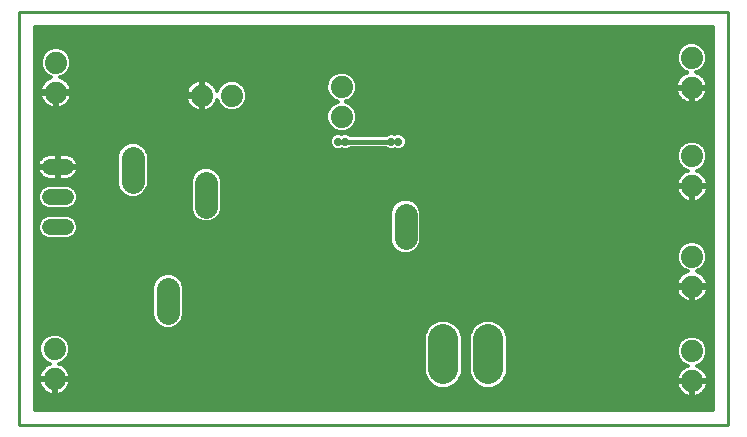
<source format=gbl>
G75*
%MOIN*%
%OFA0B0*%
%FSLAX25Y25*%
%IPPOS*%
%LPD*%
%AMOC8*
5,1,8,0,0,1.08239X$1,22.5*
%
%ADD10C,0.01000*%
%ADD11C,0.05200*%
%ADD12C,0.07400*%
%ADD13C,0.07800*%
%ADD14C,0.10050*%
%ADD15C,0.01200*%
%ADD16C,0.02781*%
%ADD17C,0.01600*%
D10*
X0003120Y0003962D02*
X0239341Y0003962D01*
X0239341Y0141757D01*
X0003120Y0141757D01*
X0003120Y0003962D01*
D11*
X0013400Y0069979D02*
X0018600Y0069979D01*
X0018600Y0079979D02*
X0013400Y0079979D01*
X0013400Y0089979D02*
X0018600Y0089979D01*
D12*
X0015327Y0114786D03*
X0015327Y0124786D03*
X0063986Y0113805D03*
X0073986Y0113805D03*
X0110601Y0116718D03*
X0110601Y0106718D03*
X0227291Y0116399D03*
X0227291Y0126399D03*
X0227398Y0093640D03*
X0227398Y0083640D03*
X0227386Y0060137D03*
X0227386Y0050137D03*
X0227401Y0028613D03*
X0227401Y0018613D03*
X0014931Y0019317D03*
X0014931Y0029317D03*
D13*
X0052727Y0041401D02*
X0052727Y0049201D01*
X0065490Y0076798D02*
X0065490Y0084598D01*
X0040916Y0085102D02*
X0040916Y0092902D01*
X0131860Y0074004D02*
X0131860Y0066204D01*
D14*
X0144439Y0032609D02*
X0144439Y0022559D01*
X0159439Y0022559D02*
X0159439Y0032609D01*
D15*
X0153526Y0035123D02*
X0150352Y0035123D01*
X0149886Y0036249D02*
X0148079Y0038056D01*
X0145717Y0039034D01*
X0143161Y0039034D01*
X0140800Y0038056D01*
X0138992Y0036249D01*
X0138014Y0033887D01*
X0138014Y0021281D01*
X0138992Y0018920D01*
X0140800Y0017112D01*
X0143161Y0016134D01*
X0145717Y0016134D01*
X0148079Y0017112D01*
X0149886Y0018920D01*
X0150864Y0021281D01*
X0150864Y0033887D01*
X0149886Y0036249D01*
X0149813Y0036322D02*
X0154066Y0036322D01*
X0153992Y0036249D02*
X0153014Y0033887D01*
X0153014Y0021281D01*
X0153992Y0018920D01*
X0155800Y0017112D01*
X0158161Y0016134D01*
X0160717Y0016134D01*
X0163079Y0017112D01*
X0164886Y0018920D01*
X0165864Y0021281D01*
X0165864Y0033887D01*
X0164886Y0036249D01*
X0163079Y0038056D01*
X0160717Y0039034D01*
X0158161Y0039034D01*
X0155800Y0038056D01*
X0153992Y0036249D01*
X0155264Y0037521D02*
X0148614Y0037521D01*
X0146478Y0038719D02*
X0157400Y0038719D01*
X0161478Y0038719D02*
X0234241Y0038719D01*
X0234241Y0037521D02*
X0163614Y0037521D01*
X0164813Y0036322D02*
X0234241Y0036322D01*
X0234241Y0035123D02*
X0165352Y0035123D01*
X0165849Y0033925D02*
X0234241Y0033925D01*
X0234241Y0032726D02*
X0230500Y0032726D01*
X0230290Y0032936D02*
X0228416Y0033713D01*
X0226387Y0033713D01*
X0224513Y0032936D01*
X0223078Y0031502D01*
X0222301Y0029627D01*
X0222301Y0027598D01*
X0223078Y0025724D01*
X0224513Y0024289D01*
X0225923Y0023705D01*
X0225367Y0023525D01*
X0224624Y0023146D01*
X0223949Y0022655D01*
X0223359Y0022066D01*
X0222868Y0021391D01*
X0222490Y0020647D01*
X0222232Y0019854D01*
X0222101Y0019030D01*
X0222101Y0019013D01*
X0227001Y0019013D01*
X0227001Y0018213D01*
X0222101Y0018213D01*
X0222101Y0018196D01*
X0222232Y0017372D01*
X0222490Y0016578D01*
X0222868Y0015835D01*
X0223359Y0015160D01*
X0223949Y0014570D01*
X0224624Y0014080D01*
X0225367Y0013701D01*
X0226160Y0013443D01*
X0226984Y0013313D01*
X0227001Y0013313D01*
X0227001Y0018213D01*
X0227801Y0018213D01*
X0227801Y0013313D01*
X0227819Y0013313D01*
X0228643Y0013443D01*
X0229436Y0013701D01*
X0230179Y0014080D01*
X0230854Y0014570D01*
X0231444Y0015160D01*
X0231934Y0015835D01*
X0232313Y0016578D01*
X0232571Y0017372D01*
X0232701Y0018196D01*
X0232701Y0018213D01*
X0227802Y0018213D01*
X0227802Y0019013D01*
X0232701Y0019013D01*
X0232701Y0019030D01*
X0232571Y0019854D01*
X0232313Y0020647D01*
X0231934Y0021391D01*
X0231444Y0022066D01*
X0230854Y0022655D01*
X0230179Y0023146D01*
X0229436Y0023525D01*
X0228880Y0023705D01*
X0230290Y0024289D01*
X0231725Y0025724D01*
X0232501Y0027598D01*
X0232501Y0029627D01*
X0231725Y0031502D01*
X0230290Y0032936D01*
X0231699Y0031528D02*
X0234241Y0031528D01*
X0234241Y0030329D02*
X0232211Y0030329D01*
X0232501Y0029131D02*
X0234241Y0029131D01*
X0234241Y0027932D02*
X0232501Y0027932D01*
X0232143Y0026734D02*
X0234241Y0026734D01*
X0234241Y0025535D02*
X0231536Y0025535D01*
X0230338Y0024337D02*
X0234241Y0024337D01*
X0234241Y0023138D02*
X0230189Y0023138D01*
X0231535Y0021940D02*
X0234241Y0021940D01*
X0234241Y0020741D02*
X0232265Y0020741D01*
X0232620Y0019543D02*
X0234241Y0019543D01*
X0234241Y0018344D02*
X0227802Y0018344D01*
X0227001Y0018344D02*
X0164311Y0018344D01*
X0165144Y0019543D02*
X0222183Y0019543D01*
X0222538Y0020741D02*
X0165641Y0020741D01*
X0165864Y0021940D02*
X0223268Y0021940D01*
X0224613Y0023138D02*
X0165864Y0023138D01*
X0165864Y0024337D02*
X0224465Y0024337D01*
X0223266Y0025535D02*
X0165864Y0025535D01*
X0165864Y0026734D02*
X0222660Y0026734D01*
X0222301Y0027932D02*
X0165864Y0027932D01*
X0165864Y0029131D02*
X0222301Y0029131D01*
X0222592Y0030329D02*
X0165864Y0030329D01*
X0165864Y0031528D02*
X0223104Y0031528D01*
X0224303Y0032726D02*
X0165864Y0032726D01*
X0153014Y0032726D02*
X0150864Y0032726D01*
X0150864Y0031528D02*
X0153014Y0031528D01*
X0153014Y0030329D02*
X0150864Y0030329D01*
X0150864Y0029131D02*
X0153014Y0029131D01*
X0153014Y0027932D02*
X0150864Y0027932D01*
X0150864Y0026734D02*
X0153014Y0026734D01*
X0153014Y0025535D02*
X0150864Y0025535D01*
X0150864Y0024337D02*
X0153014Y0024337D01*
X0153014Y0023138D02*
X0150864Y0023138D01*
X0150864Y0021940D02*
X0153014Y0021940D01*
X0153238Y0020741D02*
X0150641Y0020741D01*
X0150144Y0019543D02*
X0153734Y0019543D01*
X0154568Y0018344D02*
X0149311Y0018344D01*
X0148112Y0017146D02*
X0155766Y0017146D01*
X0163112Y0017146D02*
X0222305Y0017146D01*
X0222811Y0015947D02*
X0019035Y0015947D01*
X0018974Y0015864D02*
X0019464Y0016539D01*
X0019843Y0017282D01*
X0020101Y0018075D01*
X0020231Y0018899D01*
X0020231Y0018917D01*
X0015331Y0018917D01*
X0015331Y0019717D01*
X0020231Y0019717D01*
X0020231Y0019734D01*
X0020101Y0020558D01*
X0019843Y0021351D01*
X0019464Y0022094D01*
X0018974Y0022769D01*
X0018384Y0023359D01*
X0017709Y0023849D01*
X0016966Y0024228D01*
X0016410Y0024409D01*
X0017820Y0024993D01*
X0019255Y0026428D01*
X0020031Y0028302D01*
X0020031Y0030331D01*
X0019255Y0032205D01*
X0017820Y0033640D01*
X0015946Y0034417D01*
X0013917Y0034417D01*
X0012042Y0033640D01*
X0010608Y0032205D01*
X0009831Y0030331D01*
X0009831Y0028302D01*
X0010608Y0026428D01*
X0012042Y0024993D01*
X0013453Y0024409D01*
X0012897Y0024228D01*
X0012154Y0023849D01*
X0011479Y0023359D01*
X0010889Y0022769D01*
X0010398Y0022094D01*
X0010020Y0021351D01*
X0009762Y0020558D01*
X0009631Y0019734D01*
X0009631Y0019717D01*
X0014531Y0019717D01*
X0014531Y0018917D01*
X0009631Y0018917D01*
X0009631Y0018899D01*
X0009762Y0018075D01*
X0010020Y0017282D01*
X0010398Y0016539D01*
X0010889Y0015864D01*
X0011479Y0015274D01*
X0012154Y0014784D01*
X0012897Y0014405D01*
X0013690Y0014147D01*
X0014514Y0014017D01*
X0014531Y0014017D01*
X0014531Y0018916D01*
X0015331Y0018916D01*
X0015331Y0014017D01*
X0015348Y0014017D01*
X0016172Y0014147D01*
X0016966Y0014405D01*
X0017709Y0014784D01*
X0018384Y0015274D01*
X0018974Y0015864D01*
X0019774Y0017146D02*
X0140766Y0017146D01*
X0139568Y0018344D02*
X0020143Y0018344D01*
X0015331Y0018344D02*
X0014531Y0018344D01*
X0014531Y0017146D02*
X0015331Y0017146D01*
X0015331Y0015947D02*
X0014531Y0015947D01*
X0014531Y0014749D02*
X0015331Y0014749D01*
X0017641Y0014749D02*
X0223770Y0014749D01*
X0225831Y0013550D02*
X0008220Y0013550D01*
X0008220Y0012352D02*
X0234241Y0012352D01*
X0234241Y0013550D02*
X0228972Y0013550D01*
X0227801Y0013550D02*
X0227001Y0013550D01*
X0227001Y0014749D02*
X0227801Y0014749D01*
X0227801Y0015947D02*
X0227001Y0015947D01*
X0227001Y0017146D02*
X0227801Y0017146D01*
X0231992Y0015947D02*
X0234241Y0015947D01*
X0234241Y0014749D02*
X0231033Y0014749D01*
X0232498Y0017146D02*
X0234241Y0017146D01*
X0234241Y0011153D02*
X0008220Y0011153D01*
X0008220Y0009955D02*
X0234241Y0009955D01*
X0234241Y0009062D02*
X0008220Y0009062D01*
X0008220Y0136657D01*
X0234241Y0136657D01*
X0234241Y0009062D01*
X0234241Y0039918D02*
X0057849Y0039918D01*
X0058027Y0040347D02*
X0057220Y0038399D01*
X0055729Y0036908D01*
X0053781Y0036101D01*
X0051672Y0036101D01*
X0049724Y0036908D01*
X0048234Y0038399D01*
X0047427Y0040347D01*
X0047427Y0050255D01*
X0048234Y0052203D01*
X0049724Y0053694D01*
X0051672Y0054501D01*
X0053781Y0054501D01*
X0055729Y0053694D01*
X0057220Y0052203D01*
X0058027Y0050255D01*
X0058027Y0040347D01*
X0058027Y0041116D02*
X0234241Y0041116D01*
X0234241Y0042315D02*
X0058027Y0042315D01*
X0058027Y0043513D02*
X0234241Y0043513D01*
X0234241Y0044712D02*
X0058027Y0044712D01*
X0058027Y0045910D02*
X0224187Y0045910D01*
X0223933Y0046095D02*
X0224608Y0045604D01*
X0225351Y0045226D01*
X0226145Y0044968D01*
X0226969Y0044837D01*
X0226986Y0044837D01*
X0226986Y0049737D01*
X0227786Y0049737D01*
X0227786Y0050537D01*
X0232686Y0050537D01*
X0232686Y0050554D01*
X0232555Y0051378D01*
X0232297Y0052172D01*
X0231919Y0052915D01*
X0231428Y0053590D01*
X0230838Y0054180D01*
X0230163Y0054670D01*
X0229420Y0055049D01*
X0228864Y0055230D01*
X0230275Y0055814D01*
X0231709Y0057248D01*
X0232486Y0059123D01*
X0232486Y0061152D01*
X0231709Y0063026D01*
X0230275Y0064461D01*
X0228400Y0065237D01*
X0226371Y0065237D01*
X0224497Y0064461D01*
X0223062Y0063026D01*
X0222286Y0061152D01*
X0222286Y0059123D01*
X0223062Y0057248D01*
X0224497Y0055814D01*
X0225907Y0055230D01*
X0225351Y0055049D01*
X0224608Y0054670D01*
X0223933Y0054180D01*
X0223343Y0053590D01*
X0222853Y0052915D01*
X0222474Y0052172D01*
X0222216Y0051378D01*
X0222086Y0050554D01*
X0222086Y0050537D01*
X0226986Y0050537D01*
X0226986Y0049737D01*
X0222086Y0049737D01*
X0222086Y0049720D01*
X0222216Y0048896D01*
X0222474Y0048103D01*
X0222853Y0047360D01*
X0223343Y0046685D01*
X0223933Y0046095D01*
X0223035Y0047109D02*
X0058027Y0047109D01*
X0058027Y0048307D02*
X0222408Y0048307D01*
X0222120Y0049506D02*
X0058027Y0049506D01*
X0057841Y0050704D02*
X0222109Y0050704D01*
X0222387Y0051903D02*
X0057344Y0051903D01*
X0056322Y0053101D02*
X0222988Y0053101D01*
X0224098Y0054300D02*
X0054266Y0054300D01*
X0051187Y0054300D02*
X0008220Y0054300D01*
X0008220Y0055498D02*
X0225259Y0055498D01*
X0223614Y0056697D02*
X0008220Y0056697D01*
X0008220Y0057895D02*
X0222794Y0057895D01*
X0222298Y0059094D02*
X0008220Y0059094D01*
X0008220Y0060292D02*
X0222286Y0060292D01*
X0222426Y0061491D02*
X0134331Y0061491D01*
X0134863Y0061711D02*
X0136354Y0063202D01*
X0137160Y0065150D01*
X0137160Y0075058D01*
X0136354Y0077006D01*
X0134863Y0078497D01*
X0132915Y0079304D01*
X0130806Y0079304D01*
X0128858Y0078497D01*
X0127367Y0077006D01*
X0126560Y0075058D01*
X0126560Y0065150D01*
X0127367Y0063202D01*
X0128858Y0061711D01*
X0130806Y0060904D01*
X0132915Y0060904D01*
X0134863Y0061711D01*
X0135841Y0062689D02*
X0222923Y0062689D01*
X0223924Y0063888D02*
X0136638Y0063888D01*
X0137134Y0065086D02*
X0226007Y0065086D01*
X0228765Y0065086D02*
X0234241Y0065086D01*
X0234241Y0063888D02*
X0230848Y0063888D01*
X0231849Y0062689D02*
X0234241Y0062689D01*
X0234241Y0061491D02*
X0232345Y0061491D01*
X0232486Y0060292D02*
X0234241Y0060292D01*
X0234241Y0059094D02*
X0232474Y0059094D01*
X0231977Y0057895D02*
X0234241Y0057895D01*
X0234241Y0056697D02*
X0231158Y0056697D01*
X0229513Y0055498D02*
X0234241Y0055498D01*
X0234241Y0054300D02*
X0230674Y0054300D01*
X0231784Y0053101D02*
X0234241Y0053101D01*
X0234241Y0051903D02*
X0232385Y0051903D01*
X0232662Y0050704D02*
X0234241Y0050704D01*
X0234241Y0049506D02*
X0232652Y0049506D01*
X0232686Y0049720D02*
X0232686Y0049737D01*
X0227786Y0049737D01*
X0227786Y0044837D01*
X0227803Y0044837D01*
X0228627Y0044968D01*
X0229420Y0045226D01*
X0230163Y0045604D01*
X0230838Y0046095D01*
X0231428Y0046685D01*
X0231919Y0047360D01*
X0232297Y0048103D01*
X0232555Y0048896D01*
X0232686Y0049720D01*
X0232364Y0048307D02*
X0234241Y0048307D01*
X0234241Y0047109D02*
X0231736Y0047109D01*
X0230584Y0045910D02*
X0234241Y0045910D01*
X0227786Y0045910D02*
X0226986Y0045910D01*
X0226986Y0047109D02*
X0227786Y0047109D01*
X0227786Y0048307D02*
X0226986Y0048307D01*
X0226986Y0049506D02*
X0227786Y0049506D01*
X0234241Y0066285D02*
X0137160Y0066285D01*
X0137160Y0067483D02*
X0234241Y0067483D01*
X0234241Y0068682D02*
X0137160Y0068682D01*
X0137160Y0069880D02*
X0234241Y0069880D01*
X0234241Y0071079D02*
X0137160Y0071079D01*
X0137160Y0072277D02*
X0234241Y0072277D01*
X0234241Y0073476D02*
X0137160Y0073476D01*
X0137160Y0074674D02*
X0234241Y0074674D01*
X0234241Y0075873D02*
X0136823Y0075873D01*
X0136288Y0077071D02*
X0234241Y0077071D01*
X0234241Y0078270D02*
X0135090Y0078270D01*
X0128631Y0078270D02*
X0070790Y0078270D01*
X0070790Y0079468D02*
X0224123Y0079468D01*
X0223945Y0079598D02*
X0224620Y0079107D01*
X0225364Y0078729D01*
X0226157Y0078471D01*
X0226981Y0078340D01*
X0226998Y0078340D01*
X0226998Y0083240D01*
X0227798Y0083240D01*
X0227798Y0078340D01*
X0227815Y0078340D01*
X0228639Y0078471D01*
X0229433Y0078729D01*
X0230176Y0079107D01*
X0230851Y0079598D01*
X0231441Y0080188D01*
X0231931Y0080863D01*
X0232310Y0081606D01*
X0232568Y0082399D01*
X0232698Y0083223D01*
X0232698Y0083240D01*
X0227798Y0083240D01*
X0227798Y0084040D01*
X0232698Y0084040D01*
X0232698Y0084058D01*
X0232568Y0084881D01*
X0232310Y0085675D01*
X0231931Y0086418D01*
X0231441Y0087093D01*
X0230851Y0087683D01*
X0230176Y0088173D01*
X0229433Y0088552D01*
X0228877Y0088733D01*
X0230287Y0089317D01*
X0231722Y0090751D01*
X0232498Y0092626D01*
X0232498Y0094655D01*
X0231722Y0096529D01*
X0230287Y0097964D01*
X0228413Y0098740D01*
X0226384Y0098740D01*
X0224509Y0097964D01*
X0223075Y0096529D01*
X0222298Y0094655D01*
X0222298Y0092626D01*
X0223075Y0090751D01*
X0224509Y0089317D01*
X0225919Y0088733D01*
X0225364Y0088552D01*
X0224620Y0088173D01*
X0223945Y0087683D01*
X0223355Y0087093D01*
X0222865Y0086418D01*
X0222486Y0085675D01*
X0222229Y0084881D01*
X0222098Y0084058D01*
X0222098Y0084040D01*
X0226998Y0084040D01*
X0226998Y0083240D01*
X0222098Y0083240D01*
X0222098Y0083223D01*
X0222229Y0082399D01*
X0222486Y0081606D01*
X0222865Y0080863D01*
X0223355Y0080188D01*
X0223945Y0079598D01*
X0223007Y0080667D02*
X0070790Y0080667D01*
X0070790Y0081865D02*
X0222402Y0081865D01*
X0222123Y0083064D02*
X0070790Y0083064D01*
X0070790Y0084262D02*
X0222131Y0084262D01*
X0222417Y0085461D02*
X0070790Y0085461D01*
X0070790Y0085652D02*
X0069983Y0087600D01*
X0068492Y0089091D01*
X0066544Y0089898D01*
X0064435Y0089898D01*
X0062487Y0089091D01*
X0060997Y0087600D01*
X0060190Y0085652D01*
X0060190Y0075744D01*
X0060997Y0073796D01*
X0062487Y0072305D01*
X0064435Y0071498D01*
X0066544Y0071498D01*
X0068492Y0072305D01*
X0069983Y0073796D01*
X0070790Y0075744D01*
X0070790Y0085652D01*
X0070372Y0086659D02*
X0223040Y0086659D01*
X0224186Y0087858D02*
X0069725Y0087858D01*
X0068526Y0089057D02*
X0225138Y0089057D01*
X0223571Y0090255D02*
X0046216Y0090255D01*
X0046216Y0089057D02*
X0062453Y0089057D01*
X0061254Y0087858D02*
X0046216Y0087858D01*
X0046216Y0086659D02*
X0060607Y0086659D01*
X0060190Y0085461D02*
X0046216Y0085461D01*
X0046216Y0084262D02*
X0060190Y0084262D01*
X0060190Y0083064D02*
X0045808Y0083064D01*
X0045409Y0082099D02*
X0046216Y0084047D01*
X0046216Y0093956D01*
X0045409Y0095904D01*
X0043918Y0097395D01*
X0041970Y0098202D01*
X0039861Y0098202D01*
X0037913Y0097395D01*
X0036422Y0095904D01*
X0035616Y0093956D01*
X0035616Y0084047D01*
X0036422Y0082099D01*
X0037913Y0080608D01*
X0039861Y0079802D01*
X0041970Y0079802D01*
X0043918Y0080608D01*
X0045409Y0082099D01*
X0045175Y0081865D02*
X0060190Y0081865D01*
X0060190Y0080667D02*
X0043976Y0080667D01*
X0037855Y0080667D02*
X0022600Y0080667D01*
X0022600Y0080775D02*
X0021991Y0082245D01*
X0020866Y0083370D01*
X0019396Y0083979D01*
X0012604Y0083979D01*
X0011134Y0083370D01*
X0010009Y0082245D01*
X0009400Y0080775D01*
X0009400Y0079183D01*
X0010009Y0077713D01*
X0011134Y0076588D01*
X0012604Y0075979D01*
X0019396Y0075979D01*
X0020866Y0076588D01*
X0021991Y0077713D01*
X0022600Y0079183D01*
X0022600Y0080775D01*
X0022148Y0081865D02*
X0036656Y0081865D01*
X0036023Y0083064D02*
X0021172Y0083064D01*
X0020212Y0086087D02*
X0020801Y0086387D01*
X0021336Y0086776D01*
X0021804Y0087243D01*
X0022192Y0087778D01*
X0022492Y0088367D01*
X0022697Y0088996D01*
X0022800Y0089649D01*
X0022800Y0089779D01*
X0016200Y0089779D01*
X0016200Y0085779D01*
X0018931Y0085779D01*
X0019584Y0085883D01*
X0020212Y0086087D01*
X0021176Y0086659D02*
X0035616Y0086659D01*
X0035616Y0085461D02*
X0008220Y0085461D01*
X0008220Y0086659D02*
X0010824Y0086659D01*
X0010664Y0086776D02*
X0011199Y0086387D01*
X0011788Y0086087D01*
X0012416Y0085883D01*
X0013069Y0085779D01*
X0015800Y0085779D01*
X0015800Y0089779D01*
X0016200Y0089779D01*
X0016200Y0090179D01*
X0022800Y0090179D01*
X0022800Y0090310D01*
X0022697Y0090963D01*
X0022492Y0091591D01*
X0022192Y0092180D01*
X0021804Y0092715D01*
X0021336Y0093183D01*
X0020801Y0093571D01*
X0020212Y0093871D01*
X0019584Y0094076D01*
X0018931Y0094179D01*
X0016200Y0094179D01*
X0016200Y0090179D01*
X0015800Y0090179D01*
X0015800Y0089779D01*
X0009200Y0089779D01*
X0009200Y0089649D01*
X0009303Y0088996D01*
X0009508Y0088367D01*
X0009808Y0087778D01*
X0010196Y0087243D01*
X0010664Y0086776D01*
X0009767Y0087858D02*
X0008220Y0087858D01*
X0008220Y0089057D02*
X0009294Y0089057D01*
X0009200Y0090179D02*
X0015800Y0090179D01*
X0015800Y0094179D01*
X0013069Y0094179D01*
X0012416Y0094076D01*
X0011788Y0093871D01*
X0011199Y0093571D01*
X0010664Y0093183D01*
X0010196Y0092715D01*
X0009808Y0092180D01*
X0009508Y0091591D01*
X0009303Y0090963D01*
X0009200Y0090310D01*
X0009200Y0090179D01*
X0009200Y0090255D02*
X0008220Y0090255D01*
X0008220Y0091454D02*
X0009463Y0091454D01*
X0010151Y0092652D02*
X0008220Y0092652D01*
X0008220Y0093851D02*
X0011747Y0093851D01*
X0008220Y0095049D02*
X0036068Y0095049D01*
X0035616Y0093851D02*
X0020253Y0093851D01*
X0021849Y0092652D02*
X0035616Y0092652D01*
X0035616Y0091454D02*
X0022537Y0091454D01*
X0022800Y0090255D02*
X0035616Y0090255D01*
X0035616Y0089057D02*
X0022706Y0089057D01*
X0022233Y0087858D02*
X0035616Y0087858D01*
X0035616Y0084262D02*
X0008220Y0084262D01*
X0008220Y0083064D02*
X0010828Y0083064D01*
X0009852Y0081865D02*
X0008220Y0081865D01*
X0008220Y0080667D02*
X0009400Y0080667D01*
X0009400Y0079468D02*
X0008220Y0079468D01*
X0008220Y0078270D02*
X0009778Y0078270D01*
X0010651Y0077071D02*
X0008220Y0077071D01*
X0008220Y0075873D02*
X0060190Y0075873D01*
X0060190Y0077071D02*
X0021349Y0077071D01*
X0022222Y0078270D02*
X0060190Y0078270D01*
X0060190Y0079468D02*
X0022600Y0079468D01*
X0020866Y0073370D02*
X0019396Y0073979D01*
X0012604Y0073979D01*
X0011134Y0073370D01*
X0010009Y0072245D01*
X0009400Y0070775D01*
X0009400Y0069183D01*
X0010009Y0067713D01*
X0011134Y0066588D01*
X0012604Y0065979D01*
X0019396Y0065979D01*
X0020866Y0066588D01*
X0021991Y0067713D01*
X0022600Y0069183D01*
X0022600Y0070775D01*
X0021991Y0072245D01*
X0020866Y0073370D01*
X0020611Y0073476D02*
X0061316Y0073476D01*
X0060633Y0074674D02*
X0008220Y0074674D01*
X0008220Y0073476D02*
X0011389Y0073476D01*
X0010041Y0072277D02*
X0008220Y0072277D01*
X0008220Y0071079D02*
X0009526Y0071079D01*
X0009400Y0069880D02*
X0008220Y0069880D01*
X0008220Y0068682D02*
X0009608Y0068682D01*
X0010239Y0067483D02*
X0008220Y0067483D01*
X0008220Y0066285D02*
X0011866Y0066285D01*
X0008220Y0065086D02*
X0126587Y0065086D01*
X0126560Y0066285D02*
X0020134Y0066285D01*
X0021761Y0067483D02*
X0126560Y0067483D01*
X0126560Y0068682D02*
X0022392Y0068682D01*
X0022600Y0069880D02*
X0126560Y0069880D01*
X0126560Y0071079D02*
X0022474Y0071079D01*
X0021959Y0072277D02*
X0062554Y0072277D01*
X0068426Y0072277D02*
X0126560Y0072277D01*
X0126560Y0073476D02*
X0069663Y0073476D01*
X0070347Y0074674D02*
X0126560Y0074674D01*
X0126898Y0075873D02*
X0070790Y0075873D01*
X0070790Y0077071D02*
X0127433Y0077071D01*
X0127083Y0063888D02*
X0008220Y0063888D01*
X0008220Y0062689D02*
X0127880Y0062689D01*
X0129390Y0061491D02*
X0008220Y0061491D01*
X0008220Y0053101D02*
X0049132Y0053101D01*
X0048109Y0051903D02*
X0008220Y0051903D01*
X0008220Y0050704D02*
X0047613Y0050704D01*
X0047427Y0049506D02*
X0008220Y0049506D01*
X0008220Y0048307D02*
X0047427Y0048307D01*
X0047427Y0047109D02*
X0008220Y0047109D01*
X0008220Y0045910D02*
X0047427Y0045910D01*
X0047427Y0044712D02*
X0008220Y0044712D01*
X0008220Y0043513D02*
X0047427Y0043513D01*
X0047427Y0042315D02*
X0008220Y0042315D01*
X0008220Y0041116D02*
X0047427Y0041116D01*
X0047604Y0039918D02*
X0008220Y0039918D01*
X0008220Y0038719D02*
X0048101Y0038719D01*
X0049112Y0037521D02*
X0008220Y0037521D01*
X0008220Y0036322D02*
X0051138Y0036322D01*
X0054315Y0036322D02*
X0139066Y0036322D01*
X0138526Y0035123D02*
X0008220Y0035123D01*
X0008220Y0033925D02*
X0012730Y0033925D01*
X0011129Y0032726D02*
X0008220Y0032726D01*
X0008220Y0031528D02*
X0010327Y0031528D01*
X0009831Y0030329D02*
X0008220Y0030329D01*
X0008220Y0029131D02*
X0009831Y0029131D01*
X0009984Y0027932D02*
X0008220Y0027932D01*
X0008220Y0026734D02*
X0010481Y0026734D01*
X0011500Y0025535D02*
X0008220Y0025535D01*
X0008220Y0024337D02*
X0013231Y0024337D01*
X0011258Y0023138D02*
X0008220Y0023138D01*
X0008220Y0021940D02*
X0010320Y0021940D01*
X0009822Y0020741D02*
X0008220Y0020741D01*
X0008220Y0019543D02*
X0014531Y0019543D01*
X0015331Y0019543D02*
X0138734Y0019543D01*
X0138238Y0020741D02*
X0020041Y0020741D01*
X0019543Y0021940D02*
X0138014Y0021940D01*
X0138014Y0023138D02*
X0018605Y0023138D01*
X0016631Y0024337D02*
X0138014Y0024337D01*
X0138014Y0025535D02*
X0018363Y0025535D01*
X0019382Y0026734D02*
X0138014Y0026734D01*
X0138014Y0027932D02*
X0019878Y0027932D01*
X0020031Y0029131D02*
X0138014Y0029131D01*
X0138014Y0030329D02*
X0020031Y0030329D01*
X0019536Y0031528D02*
X0138014Y0031528D01*
X0138014Y0032726D02*
X0018734Y0032726D01*
X0017132Y0033925D02*
X0138030Y0033925D01*
X0140264Y0037521D02*
X0056342Y0037521D01*
X0057352Y0038719D02*
X0142400Y0038719D01*
X0150849Y0033925D02*
X0153030Y0033925D01*
X0226998Y0079468D02*
X0227798Y0079468D01*
X0227798Y0080667D02*
X0226998Y0080667D01*
X0226998Y0081865D02*
X0227798Y0081865D01*
X0227798Y0083064D02*
X0226998Y0083064D01*
X0230673Y0079468D02*
X0234241Y0079468D01*
X0234241Y0080667D02*
X0231789Y0080667D01*
X0232394Y0081865D02*
X0234241Y0081865D01*
X0234241Y0083064D02*
X0232673Y0083064D01*
X0232666Y0084262D02*
X0234241Y0084262D01*
X0234241Y0085461D02*
X0232379Y0085461D01*
X0231756Y0086659D02*
X0234241Y0086659D01*
X0234241Y0087858D02*
X0230610Y0087858D01*
X0229659Y0089057D02*
X0234241Y0089057D01*
X0234241Y0090255D02*
X0231225Y0090255D01*
X0232012Y0091454D02*
X0234241Y0091454D01*
X0234241Y0092652D02*
X0232498Y0092652D01*
X0232498Y0093851D02*
X0234241Y0093851D01*
X0234241Y0095049D02*
X0232335Y0095049D01*
X0231838Y0096248D02*
X0234241Y0096248D01*
X0234241Y0097446D02*
X0230805Y0097446D01*
X0228644Y0098645D02*
X0234241Y0098645D01*
X0234241Y0099843D02*
X0131942Y0099843D01*
X0131864Y0100031D02*
X0131079Y0100816D01*
X0130053Y0101241D01*
X0128943Y0101241D01*
X0128317Y0100982D01*
X0127691Y0101241D01*
X0126581Y0101241D01*
X0125555Y0100816D01*
X0125390Y0100650D01*
X0113528Y0100650D01*
X0113362Y0100816D01*
X0112337Y0101241D01*
X0111227Y0101241D01*
X0110601Y0100982D01*
X0109975Y0101241D01*
X0108864Y0101241D01*
X0107839Y0100816D01*
X0107054Y0100031D01*
X0106629Y0099005D01*
X0106629Y0097895D01*
X0107054Y0096870D01*
X0107839Y0096085D01*
X0108864Y0095660D01*
X0109975Y0095660D01*
X0110601Y0095919D01*
X0111227Y0095660D01*
X0112337Y0095660D01*
X0113362Y0096085D01*
X0113528Y0096250D01*
X0125390Y0096250D01*
X0125555Y0096085D01*
X0126581Y0095660D01*
X0127691Y0095660D01*
X0128317Y0095919D01*
X0128943Y0095660D01*
X0130053Y0095660D01*
X0131079Y0096085D01*
X0131864Y0096870D01*
X0132289Y0097895D01*
X0132289Y0099005D01*
X0131864Y0100031D01*
X0132289Y0098645D02*
X0226152Y0098645D01*
X0223991Y0097446D02*
X0132103Y0097446D01*
X0131242Y0096248D02*
X0222958Y0096248D01*
X0222461Y0095049D02*
X0045763Y0095049D01*
X0046216Y0093851D02*
X0222298Y0093851D01*
X0222298Y0092652D02*
X0046216Y0092652D01*
X0046216Y0091454D02*
X0222784Y0091454D01*
X0234241Y0101042D02*
X0130535Y0101042D01*
X0128462Y0101042D02*
X0128172Y0101042D01*
X0126100Y0101042D02*
X0112818Y0101042D01*
X0113117Y0102240D02*
X0234241Y0102240D01*
X0234241Y0103439D02*
X0114534Y0103439D01*
X0114924Y0103829D02*
X0113490Y0102395D01*
X0111615Y0101618D01*
X0109586Y0101618D01*
X0107712Y0102395D01*
X0106277Y0103829D01*
X0105501Y0105704D01*
X0105501Y0107733D01*
X0106277Y0109607D01*
X0107712Y0111042D01*
X0109345Y0111718D01*
X0107712Y0112395D01*
X0106277Y0113829D01*
X0105501Y0115704D01*
X0105501Y0117733D01*
X0106277Y0119607D01*
X0107712Y0121042D01*
X0109586Y0121818D01*
X0111615Y0121818D01*
X0113490Y0121042D01*
X0114924Y0119607D01*
X0115701Y0117733D01*
X0115701Y0115704D01*
X0114924Y0113829D01*
X0113490Y0112395D01*
X0111856Y0111718D01*
X0113490Y0111042D01*
X0114924Y0109607D01*
X0115701Y0107733D01*
X0115701Y0105704D01*
X0114924Y0103829D01*
X0115259Y0104637D02*
X0234241Y0104637D01*
X0234241Y0105836D02*
X0115701Y0105836D01*
X0115701Y0107034D02*
X0234241Y0107034D01*
X0234241Y0108233D02*
X0115493Y0108233D01*
X0114997Y0109431D02*
X0234241Y0109431D01*
X0234241Y0110630D02*
X0113902Y0110630D01*
X0112122Y0111828D02*
X0224588Y0111828D01*
X0224513Y0111866D02*
X0225256Y0111488D01*
X0226050Y0111230D01*
X0226874Y0111099D01*
X0226891Y0111099D01*
X0226891Y0115999D01*
X0227691Y0115999D01*
X0227691Y0116799D01*
X0232591Y0116799D01*
X0232591Y0116816D01*
X0232460Y0117640D01*
X0232202Y0118434D01*
X0231824Y0119177D01*
X0231333Y0119852D01*
X0230743Y0120442D01*
X0230068Y0120932D01*
X0229325Y0121311D01*
X0228769Y0121492D01*
X0230180Y0122076D01*
X0231614Y0123510D01*
X0232391Y0125385D01*
X0232391Y0127414D01*
X0231614Y0129288D01*
X0230180Y0130723D01*
X0228305Y0131499D01*
X0226276Y0131499D01*
X0224402Y0130723D01*
X0222967Y0129288D01*
X0222191Y0127414D01*
X0222191Y0125385D01*
X0222967Y0123510D01*
X0224402Y0122076D01*
X0225812Y0121492D01*
X0225256Y0121311D01*
X0224513Y0120932D01*
X0223838Y0120442D01*
X0223248Y0119852D01*
X0222758Y0119177D01*
X0222379Y0118434D01*
X0222121Y0117640D01*
X0221991Y0116816D01*
X0221991Y0116799D01*
X0226891Y0116799D01*
X0226891Y0115999D01*
X0221991Y0115999D01*
X0221991Y0115982D01*
X0222121Y0115158D01*
X0222379Y0114365D01*
X0222758Y0113622D01*
X0223248Y0112947D01*
X0223838Y0112357D01*
X0224513Y0111866D01*
X0223190Y0113027D02*
X0114122Y0113027D01*
X0115088Y0114225D02*
X0222450Y0114225D01*
X0222079Y0115424D02*
X0115585Y0115424D01*
X0115701Y0116622D02*
X0226891Y0116622D01*
X0227691Y0116622D02*
X0234241Y0116622D01*
X0234241Y0115424D02*
X0232502Y0115424D01*
X0232460Y0115158D02*
X0232591Y0115982D01*
X0232591Y0115999D01*
X0227691Y0115999D01*
X0227691Y0111099D01*
X0227708Y0111099D01*
X0228532Y0111230D01*
X0229325Y0111488D01*
X0230068Y0111866D01*
X0230743Y0112357D01*
X0231333Y0112947D01*
X0231824Y0113622D01*
X0232202Y0114365D01*
X0232460Y0115158D01*
X0232131Y0114225D02*
X0234241Y0114225D01*
X0234241Y0113027D02*
X0231391Y0113027D01*
X0229993Y0111828D02*
X0234241Y0111828D01*
X0227691Y0111828D02*
X0226891Y0111828D01*
X0226891Y0113027D02*
X0227691Y0113027D01*
X0227691Y0114225D02*
X0226891Y0114225D01*
X0226891Y0115424D02*
X0227691Y0115424D01*
X0232402Y0117821D02*
X0234241Y0117821D01*
X0234241Y0119019D02*
X0231904Y0119019D01*
X0230968Y0120218D02*
X0234241Y0120218D01*
X0234241Y0121416D02*
X0229001Y0121416D01*
X0230719Y0122615D02*
X0234241Y0122615D01*
X0234241Y0123813D02*
X0231740Y0123813D01*
X0232236Y0125012D02*
X0234241Y0125012D01*
X0234241Y0126210D02*
X0232391Y0126210D01*
X0232391Y0127409D02*
X0234241Y0127409D01*
X0234241Y0128607D02*
X0231896Y0128607D01*
X0231097Y0129806D02*
X0234241Y0129806D01*
X0234241Y0131004D02*
X0229500Y0131004D01*
X0225081Y0131004D02*
X0008220Y0131004D01*
X0008220Y0129806D02*
X0014119Y0129806D01*
X0014313Y0129886D02*
X0012438Y0129110D01*
X0011003Y0127675D01*
X0010227Y0125800D01*
X0010227Y0123772D01*
X0011003Y0121897D01*
X0012438Y0120462D01*
X0013848Y0119878D01*
X0013293Y0119698D01*
X0012549Y0119319D01*
X0011874Y0118829D01*
X0011284Y0118239D01*
X0010794Y0117564D01*
X0010415Y0116820D01*
X0010158Y0116027D01*
X0010027Y0115203D01*
X0010027Y0115186D01*
X0014927Y0115186D01*
X0014927Y0114386D01*
X0010027Y0114386D01*
X0010027Y0114369D01*
X0010158Y0113545D01*
X0010415Y0112751D01*
X0010794Y0112008D01*
X0011284Y0111333D01*
X0011874Y0110743D01*
X0012549Y0110253D01*
X0013293Y0109874D01*
X0014086Y0109616D01*
X0014910Y0109486D01*
X0014927Y0109486D01*
X0014927Y0114386D01*
X0015727Y0114386D01*
X0015727Y0109486D01*
X0015744Y0109486D01*
X0016568Y0109616D01*
X0017362Y0109874D01*
X0018105Y0110253D01*
X0018780Y0110743D01*
X0019370Y0111333D01*
X0019860Y0112008D01*
X0020239Y0112751D01*
X0020497Y0113545D01*
X0020627Y0114369D01*
X0020627Y0114386D01*
X0015727Y0114386D01*
X0015727Y0115186D01*
X0020627Y0115186D01*
X0020627Y0115203D01*
X0020497Y0116027D01*
X0020239Y0116820D01*
X0019860Y0117564D01*
X0019370Y0118239D01*
X0018780Y0118829D01*
X0018105Y0119319D01*
X0017362Y0119698D01*
X0016806Y0119878D01*
X0018216Y0120462D01*
X0019651Y0121897D01*
X0020427Y0123772D01*
X0020427Y0125800D01*
X0019651Y0127675D01*
X0018216Y0129110D01*
X0016342Y0129886D01*
X0014313Y0129886D01*
X0016535Y0129806D02*
X0223485Y0129806D01*
X0222685Y0128607D02*
X0018718Y0128607D01*
X0019761Y0127409D02*
X0222191Y0127409D01*
X0222191Y0126210D02*
X0020257Y0126210D01*
X0020427Y0125012D02*
X0222345Y0125012D01*
X0222842Y0123813D02*
X0020427Y0123813D01*
X0019948Y0122615D02*
X0223863Y0122615D01*
X0225580Y0121416D02*
X0112585Y0121416D01*
X0114313Y0120218D02*
X0223614Y0120218D01*
X0222677Y0119019D02*
X0115168Y0119019D01*
X0115664Y0117821D02*
X0222180Y0117821D01*
X0234241Y0132203D02*
X0008220Y0132203D01*
X0008220Y0133401D02*
X0234241Y0133401D01*
X0234241Y0134600D02*
X0008220Y0134600D01*
X0008220Y0135798D02*
X0234241Y0135798D01*
X0125392Y0096248D02*
X0113525Y0096248D01*
X0107676Y0096248D02*
X0045065Y0096248D01*
X0043794Y0097446D02*
X0106815Y0097446D01*
X0106629Y0098645D02*
X0008220Y0098645D01*
X0008220Y0099843D02*
X0106976Y0099843D01*
X0108383Y0101042D02*
X0008220Y0101042D01*
X0008220Y0102240D02*
X0108084Y0102240D01*
X0106668Y0103439D02*
X0008220Y0103439D01*
X0008220Y0104637D02*
X0105942Y0104637D01*
X0105501Y0105836D02*
X0008220Y0105836D01*
X0008220Y0107034D02*
X0105501Y0107034D01*
X0105708Y0108233D02*
X0008220Y0108233D01*
X0008220Y0109431D02*
X0060989Y0109431D01*
X0061209Y0109272D02*
X0061952Y0108893D01*
X0062745Y0108635D01*
X0063569Y0108505D01*
X0063586Y0108505D01*
X0063586Y0113405D01*
X0058686Y0113405D01*
X0058686Y0113388D01*
X0058817Y0112564D01*
X0059075Y0111770D01*
X0059454Y0111027D01*
X0059944Y0110352D01*
X0060534Y0109762D01*
X0061209Y0109272D01*
X0059742Y0110630D02*
X0018623Y0110630D01*
X0019729Y0111828D02*
X0059056Y0111828D01*
X0058744Y0113027D02*
X0020328Y0113027D01*
X0020604Y0114225D02*
X0058687Y0114225D01*
X0058686Y0114222D02*
X0058686Y0114205D01*
X0063586Y0114205D01*
X0063586Y0113405D01*
X0064386Y0113405D01*
X0064386Y0108505D01*
X0064404Y0108505D01*
X0065228Y0108635D01*
X0066021Y0108893D01*
X0066764Y0109272D01*
X0067439Y0109762D01*
X0068029Y0110352D01*
X0068519Y0111027D01*
X0068898Y0111770D01*
X0069079Y0112326D01*
X0069663Y0110916D01*
X0071098Y0109481D01*
X0072972Y0108705D01*
X0075001Y0108705D01*
X0076875Y0109481D01*
X0078310Y0110916D01*
X0079086Y0112790D01*
X0079086Y0114819D01*
X0078310Y0116694D01*
X0076875Y0118128D01*
X0075001Y0118905D01*
X0072972Y0118905D01*
X0071098Y0118128D01*
X0069663Y0116694D01*
X0069079Y0115283D01*
X0068898Y0115839D01*
X0068519Y0116583D01*
X0068029Y0117257D01*
X0067439Y0117847D01*
X0066764Y0118338D01*
X0066021Y0118716D01*
X0065228Y0118974D01*
X0064404Y0119105D01*
X0064386Y0119105D01*
X0064386Y0114205D01*
X0063586Y0114205D01*
X0063586Y0119105D01*
X0063569Y0119105D01*
X0062745Y0118974D01*
X0061952Y0118716D01*
X0061209Y0118338D01*
X0060534Y0117847D01*
X0059944Y0117257D01*
X0059454Y0116583D01*
X0059075Y0115839D01*
X0058817Y0115046D01*
X0058686Y0114222D01*
X0058940Y0115424D02*
X0020592Y0115424D01*
X0020303Y0116622D02*
X0059482Y0116622D01*
X0060507Y0117821D02*
X0019673Y0117821D01*
X0018517Y0119019D02*
X0063030Y0119019D01*
X0063586Y0119019D02*
X0064386Y0119019D01*
X0064943Y0119019D02*
X0106034Y0119019D01*
X0105537Y0117821D02*
X0077183Y0117821D01*
X0078340Y0116622D02*
X0105501Y0116622D01*
X0105617Y0115424D02*
X0078836Y0115424D01*
X0079086Y0114225D02*
X0106113Y0114225D01*
X0107080Y0113027D02*
X0079086Y0113027D01*
X0078688Y0111828D02*
X0109079Y0111828D01*
X0107300Y0110630D02*
X0078024Y0110630D01*
X0076755Y0109431D02*
X0106204Y0109431D01*
X0110456Y0101042D02*
X0110746Y0101042D01*
X0106888Y0120218D02*
X0017625Y0120218D01*
X0019170Y0121416D02*
X0108616Y0121416D01*
X0070790Y0117821D02*
X0067466Y0117821D01*
X0068491Y0116622D02*
X0069633Y0116622D01*
X0069137Y0115424D02*
X0069033Y0115424D01*
X0068917Y0111828D02*
X0069285Y0111828D01*
X0069949Y0110630D02*
X0068231Y0110630D01*
X0066984Y0109431D02*
X0071218Y0109431D01*
X0064386Y0109431D02*
X0063586Y0109431D01*
X0063586Y0110630D02*
X0064386Y0110630D01*
X0064386Y0111828D02*
X0063586Y0111828D01*
X0063586Y0113027D02*
X0064386Y0113027D01*
X0064386Y0114225D02*
X0063586Y0114225D01*
X0063586Y0115424D02*
X0064386Y0115424D01*
X0064386Y0116622D02*
X0063586Y0116622D01*
X0063586Y0117821D02*
X0064386Y0117821D01*
X0038038Y0097446D02*
X0008220Y0097446D01*
X0008220Y0096248D02*
X0036766Y0096248D01*
X0016200Y0093851D02*
X0015800Y0093851D01*
X0015800Y0092652D02*
X0016200Y0092652D01*
X0016200Y0091454D02*
X0015800Y0091454D01*
X0015800Y0090255D02*
X0016200Y0090255D01*
X0016200Y0089057D02*
X0015800Y0089057D01*
X0015800Y0087858D02*
X0016200Y0087858D01*
X0016200Y0086659D02*
X0015800Y0086659D01*
X0015727Y0110630D02*
X0014927Y0110630D01*
X0014927Y0111828D02*
X0015727Y0111828D01*
X0015727Y0113027D02*
X0014927Y0113027D01*
X0014927Y0114225D02*
X0015727Y0114225D01*
X0012031Y0110630D02*
X0008220Y0110630D01*
X0008220Y0111828D02*
X0010925Y0111828D01*
X0010326Y0113027D02*
X0008220Y0113027D01*
X0008220Y0114225D02*
X0010050Y0114225D01*
X0010062Y0115424D02*
X0008220Y0115424D01*
X0008220Y0116622D02*
X0010351Y0116622D01*
X0010981Y0117821D02*
X0008220Y0117821D01*
X0008220Y0119019D02*
X0012137Y0119019D01*
X0013029Y0120218D02*
X0008220Y0120218D01*
X0008220Y0121416D02*
X0011484Y0121416D01*
X0010706Y0122615D02*
X0008220Y0122615D01*
X0008220Y0123813D02*
X0010227Y0123813D01*
X0010227Y0125012D02*
X0008220Y0125012D01*
X0008220Y0126210D02*
X0010397Y0126210D01*
X0010893Y0127409D02*
X0008220Y0127409D01*
X0008220Y0128607D02*
X0011936Y0128607D01*
X0009719Y0018344D02*
X0008220Y0018344D01*
X0008220Y0017146D02*
X0010089Y0017146D01*
X0010828Y0015947D02*
X0008220Y0015947D01*
X0008220Y0014749D02*
X0012222Y0014749D01*
D16*
X0065719Y0018135D03*
X0068081Y0018135D03*
X0082917Y0029149D03*
X0082917Y0031511D03*
X0082917Y0033873D03*
X0077530Y0047663D03*
X0075168Y0047663D03*
X0098790Y0047663D03*
X0101152Y0047663D03*
X0117872Y0065440D03*
X0120111Y0065426D03*
X0101214Y0076056D03*
X0098851Y0076056D03*
X0109420Y0098450D03*
X0111782Y0098450D03*
X0127136Y0098450D03*
X0129498Y0098450D03*
X0140190Y0084323D03*
X0140190Y0081961D03*
X0089727Y0103400D03*
X0087365Y0103400D03*
X0053113Y0065605D03*
X0050480Y0065554D03*
X0098790Y0016954D03*
X0101152Y0016954D03*
D17*
X0109420Y0098450D02*
X0111782Y0098450D01*
X0127136Y0098450D01*
M02*

</source>
